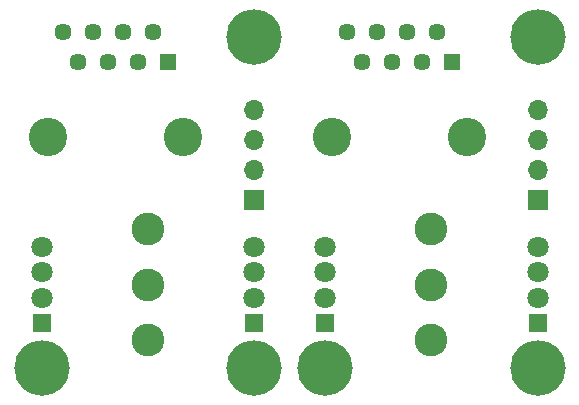
<source format=gbr>
%TF.GenerationSoftware,KiCad,Pcbnew,7.0.10*%
%TF.CreationDate,2025-01-30T23:53:47+01:00*%
%TF.ProjectId,DoublePanel_VCut,446f7562-6c65-4506-916e-656c5f564375,rev?*%
%TF.SameCoordinates,Original*%
%TF.FileFunction,Soldermask,Bot*%
%TF.FilePolarity,Negative*%
%FSLAX46Y46*%
G04 Gerber Fmt 4.6, Leading zero omitted, Abs format (unit mm)*
G04 Created by KiCad (PCBNEW 7.0.10) date 2025-01-30 23:53:47*
%MOMM*%
%LPD*%
G01*
G04 APERTURE LIST*
%ADD10R,1.500000X1.500000*%
%ADD11C,1.800000*%
%ADD12C,2.775000*%
%ADD13C,4.700000*%
%ADD14C,3.250000*%
%ADD15R,1.446000X1.446000*%
%ADD16C,1.446000*%
%ADD17R,1.700000X1.700000*%
%ADD18O,1.700000X1.700000*%
G04 APERTURE END LIST*
D10*
%TO.C,D3*%
X145500000Y-47238500D03*
D11*
X145500000Y-45079500D03*
X145500000Y-42920500D03*
X145500000Y-40761500D03*
%TD*%
D10*
%TO.C,D1*%
X151500000Y-47238500D03*
D11*
X151500000Y-45079500D03*
X151500000Y-42920500D03*
X151500000Y-40761500D03*
%TD*%
D10*
%TO.C,D3*%
X169500000Y-47238500D03*
D11*
X169500000Y-45079500D03*
X169500000Y-42920500D03*
X169500000Y-40761500D03*
%TD*%
D10*
%TO.C,D1*%
X127500000Y-47238500D03*
D11*
X127500000Y-45079500D03*
X127500000Y-42920500D03*
X127500000Y-40761500D03*
%TD*%
D12*
%TO.C,S1*%
X136500000Y-48700000D03*
X136500000Y-44000000D03*
X136500000Y-39300000D03*
%TD*%
D13*
%TO.C,H2*%
X127500000Y-51000000D03*
%TD*%
%TO.C,H3*%
X145500000Y-51000000D03*
%TD*%
%TO.C,H1*%
X169500000Y-23000000D03*
%TD*%
%TO.C,H2*%
X151500000Y-51000000D03*
%TD*%
%TO.C,H3*%
X169500000Y-51000000D03*
%TD*%
D12*
%TO.C,S1*%
X160500000Y-48700000D03*
X160500000Y-44000000D03*
X160500000Y-39300000D03*
%TD*%
D13*
%TO.C,H1*%
X145500000Y-23000000D03*
%TD*%
D14*
%TO.C,J1*%
X163500000Y-31500000D03*
X152070000Y-31500000D03*
D15*
X162230000Y-25150000D03*
D16*
X160960000Y-22610000D03*
X159690000Y-25150000D03*
X158420000Y-22610000D03*
X157150000Y-25150000D03*
X155880000Y-22610000D03*
X154610000Y-25150000D03*
X153340000Y-22610000D03*
%TD*%
D17*
%TO.C,J2*%
X169500000Y-36800000D03*
D18*
X169500000Y-34260000D03*
X169500000Y-31720000D03*
X169500000Y-29180000D03*
%TD*%
D14*
%TO.C,J1*%
X139500000Y-31500000D03*
X128070000Y-31500000D03*
D15*
X138230000Y-25150000D03*
D16*
X136960000Y-22610000D03*
X135690000Y-25150000D03*
X134420000Y-22610000D03*
X133150000Y-25150000D03*
X131880000Y-22610000D03*
X130610000Y-25150000D03*
X129340000Y-22610000D03*
%TD*%
D17*
%TO.C,J2*%
X145500000Y-36800000D03*
D18*
X145500000Y-34260000D03*
X145500000Y-31720000D03*
X145500000Y-29180000D03*
%TD*%
M02*

</source>
